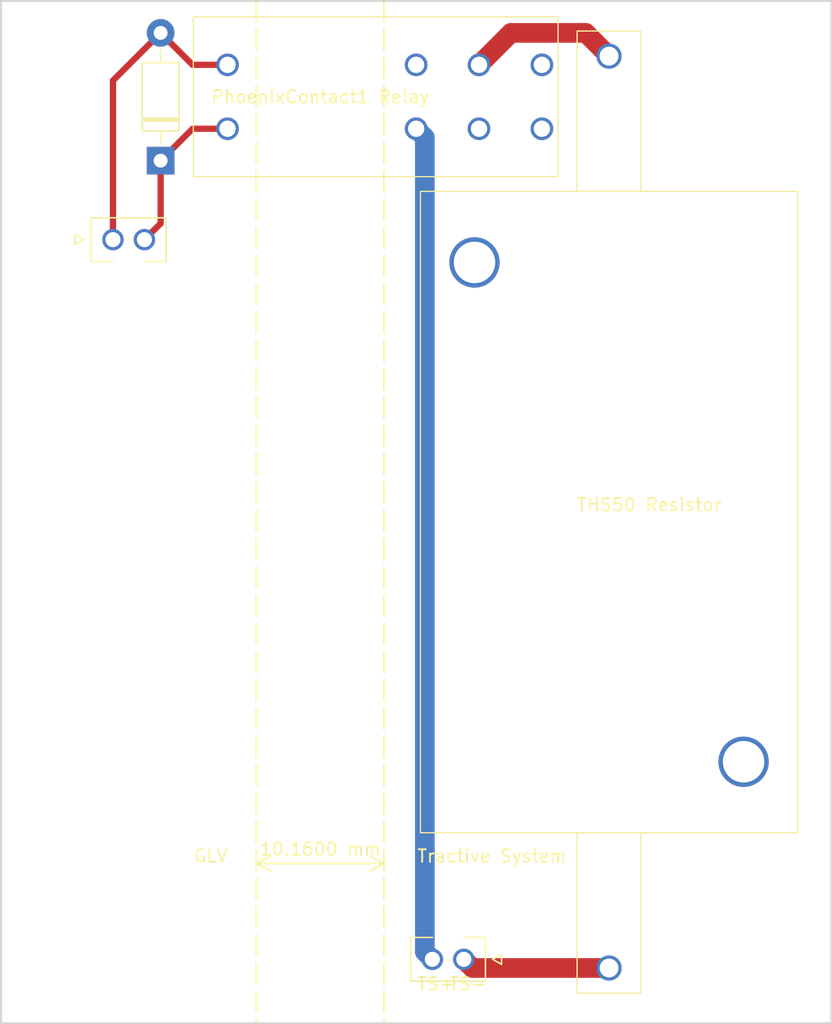
<source format=kicad_pcb>
(kicad_pcb (version 20221018) (generator pcbnew)
  (layers (0 "F.Cu" signal) (31 "B.Cu" signal) (34 "B.Paste" user) (35 "F.Paste" user) (36 "B.SilkS" user "B.Silkscreen") (37 "F.SilkS" user "F.Silkscreen") (38 "B.Mask" user) (39 "F.Mask" user) (44 "Edge.Cuts" user))
  (net 0 "")
  (net 1 "Net-(J1-Pad2)")
  (net 2 "Net-(J1-Pad1)")
  (net 4 "Net-(PhoenixContact1-Pad4)_1")
  (net 5 "Net-(D2-K)")
  (net 6 "Net-(D2-A)")
  (footprint "discharge:resistor" (layer "F.Cu") (at 152.74 124.56 90)
    (fp_text reference "R1" hide)
    (fp_text value "680" hide)
    (fp_rect (start -12.75 12.46) (end 0 17.54) (stroke (width 0.1)) (fill none) (layer "F.SilkS"))
    (fp_rect (start 0 0) (end 51 30) (stroke (width 0.1)) (fill none) (layer "F.SilkS"))
    (fp_rect (start 51 12.46) (end 63.75 17.54) (stroke (width 0.1)) (fill none) (layer "F.SilkS"))
    (pad "" np_thru_hole circle (at 5.65 25.7 90) (size 4 4) (drill 3.3) (layers "F&B.Cu" "*.Mask"))
    (pad "" np_thru_hole circle (at 45.35 4.3 90) (size 4 4) (drill 3.3) (layers "F&B.Cu" "*.Mask"))
    (pad "1" thru_hole circle (at 61.75 15 90) (size 2 2) (drill 1.5) (layers "*.Cu" "*.Mask") (net 4 "Net-(PhoenixContact1-Pad4)_1"))
    (pad "2" thru_hole circle (at -10.75 15 90) (size 2 2) (drill 1.5) (layers "*.Cu" "*.Mask") (net 2 "Net-(J1-Pad1)"))
  )
  (footprint "discharge:MOLEX_1053091202" (layer "F.Cu") (at 156.19 134.62 180)
    (fp_text reference "J1" hide)
    (fp_text value "1053091202")
    (fp_line (start -3 -0.4) (end -3 0.4) (stroke (width 0.127)) (layer "F.SilkS"))
    (fp_line (start -3 0.4) (end -2.3 0) (stroke (width 0.127)) (layer "F.SilkS"))
    (fp_line (start -2.3 0) (end -3 -0.4) (stroke (width 0.127)) (layer "F.SilkS"))
    (fp_line (start -1.72 -1.74) (end 4.22 -1.74) (stroke (width 0.127)) (layer "F.SilkS"))
    (fp_line (start -1.72 1.74) (end -1.72 -1.74) (stroke (width 0.127)) (layer "F.SilkS"))
    (fp_line (start 0 1.74) (end -1.72 1.74) (stroke (width 0.127)) (layer "F.SilkS"))
    (fp_line (start 4.22 -1.74) (end 4.22 1.74) (stroke (width 0.127)) (layer "F.SilkS"))
    (fp_line (start 4.22 1.74) (end 2.5 1.74) (stroke (width 0.127)) (layer "F.SilkS"))
    (pad "" np_thru_hole circle (at 1.25 1.34 180) (size 1.3 1.3) (drill 1.3) (layers "*.Cu" "*.Mask"))
    (pad "1" thru_hole circle (at 0 0 180) (size 1.7 1.7) (drill 1.2) (layers "*.Cu") (net 2 "Net-(J1-Pad1)"))
    (pad "2" thru_hole circle (at 2.5 0 180) (size 1.7 1.7) (drill 1.2) (layers "*.Cu") (net 1 "Net-(J1-Pad2)"))
  )
  (footprint "discharge:relay" (layer "F.Cu") (at 134.68 72.39 90)
    (fp_text reference "PhoenixContact1 Relay" hide)
    (fp_text value "~")
    (fp_text user "${REFERENCE}" (at 6.35 10.1 unlocked) (layer "F.SilkS"))
    (fp_rect (start 0 0) (end 12.7 29.007) (stroke (width 0.1)) (fill none) (layer "F.SilkS"))
    (pad "1" thru_hole circle (at 3.81 2.72 90) (size 1.8 1.8) (drill 1.3) (layers "*.Cu" "*.Mask") (net 5 "Net-(D2-K)"))
    (pad "2" thru_hole circle (at 8.89 2.72 90) (size 1.8 1.8) (drill 1.3) (layers "*.Cu" "*.Mask") (net 6 "Net-(D2-A)"))
    (pad "3" thru_hole circle (at 3.81 17.72 90) (size 1.8 1.8) (drill 1.3) (layers "*.Cu" "*.Mask") (net 1 "Net-(J1-Pad2)"))
    (pad "3" thru_hole circle (at 8.89 17.72 90) (size 1.8 1.8) (drill 1.3) (layers "*.Cu" "*.Mask") (net 1 "Net-(J1-Pad2)"))
    (pad "4" thru_hole circle (at 3.81 22.72 90) (size 1.8 1.8) (drill 1.3) (layers "*.Cu" "*.Mask") (net 4 "Net-(PhoenixContact1-Pad4)_1"))
    (pad "4" thru_hole circle (at 8.89 22.72 90) (size 1.8 1.8) (drill 1.3) (layers "*.Cu" "*.Mask") (net 4 "Net-(PhoenixContact1-Pad4)_1"))
    (pad "5" thru_hole circle (at 3.81 27.72 90) (size 1.8 1.8) (drill 1.3) (layers "*.Cu" "*.Mask"))
    (pad "5" thru_hole circle (at 8.89 27.72 90) (size 1.8 1.8) (drill 1.3) (layers "*.Cu" "*.Mask"))
  )
  (footprint "discharge:MOLEX_1053091202" (layer "F.Cu") (at 128.29 77.4)
    (fp_text reference "J2" hide)
    (fp_text value "1053091202")
    (fp_line (start -3 -0.4) (end -3 0.4) (stroke (width 0.127)) (layer "F.SilkS"))
    (fp_line (start -3 0.4) (end -2.3 0) (stroke (width 0.127)) (layer "F.SilkS"))
    (fp_line (start -2.3 0) (end -3 -0.4) (stroke (width 0.127)) (layer "F.SilkS"))
    (fp_line (start -1.72 -1.74) (end 4.22 -1.74) (stroke (width 0.127)) (layer "F.SilkS"))
    (fp_line (start -1.72 1.74) (end -1.72 -1.74) (stroke (width 0.127)) (layer "F.SilkS"))
    (fp_line (start 0 1.74) (end -1.72 1.74) (stroke (width 0.127)) (layer "F.SilkS"))
    (fp_line (start 4.22 -1.74) (end 4.22 1.74) (stroke (width 0.127)) (layer "F.SilkS"))
    (fp_line (start 4.22 1.74) (end 2.5 1.74) (stroke (width 0.127)) (layer "F.SilkS"))
    (pad "" np_thru_hole circle (at 1.25 1.34) (size 1.3 1.3) (drill 1.3) (layers "*.Cu" "*.Mask"))
    (pad "1" thru_hole circle (at 0 0) (size 1.7 1.7) (drill 1.2) (layers "*.Cu") (net 6 "Net-(D2-A)"))
    (pad "2" thru_hole circle (at 2.5 0) (size 1.7 1.7) (drill 1.2) (layers "*.Cu") (net 5 "Net-(D2-K)"))
  )
  (footprint "MountingHole:MountingHole_3.2mm_M3" (layer "F.Cu") (at 124.46 134.62)
    (fp_text reference "REF**" hide)
    (fp_text value "MountingHole_3.2mm_M3" hide)
    (pad "" np_thru_hole circle (at 0 0) (size 3.2 3.2) (drill 3.2) (layers "F&B.Cu" "*.Mask"))
  )
  (footprint "MountingHole:MountingHole_3.2mm_M3" (layer "F.Cu") (at 124.46 63.5)
    (fp_text reference "REF**" hide)
    (fp_text value "MountingHole_3.2mm_M3" hide)
    (pad "" np_thru_hole circle (at 0 0) (size 3.2 3.2) (drill 3.2) (layers "F&B.Cu" "*.Mask"))
  )
  (footprint "Diode_THT:D_DO-41_SOD81_P10.16mm_Horizontal" (layer "F.Cu") (at 132.08 71.12 90)
    (fp_text reference "D1" hide)
    (fp_text value "1N4001")
    (fp_line (start 1.34 0) (end 2.36 0) (stroke (width 0.12)) (layer "F.SilkS"))
    (fp_line (start 2.36 -1.47) (end 2.36 1.47) (stroke (width 0.12)) (layer "F.SilkS"))
    (fp_line (start 2.36 1.47) (end 7.8 1.47) (stroke (width 0.12)) (layer "F.SilkS"))
    (fp_line (start 3.14 -1.47) (end 3.14 1.47) (stroke (width 0.12)) (layer "F.SilkS"))
    (fp_line (start 3.26 -1.47) (end 3.26 1.47) (stroke (width 0.12)) (layer "F.SilkS"))
    (fp_line (start 3.38 -1.47) (end 3.38 1.47) (stroke (width 0.12)) (layer "F.SilkS"))
    (fp_line (start 7.8 -1.47) (end 2.36 -1.47) (stroke (width 0.12)) (layer "F.SilkS"))
    (fp_line (start 7.8 1.47) (end 7.8 -1.47) (stroke (width 0.12)) (layer "F.SilkS"))
    (fp_line (start 8.82 0) (end 7.8 0) (stroke (width 0.12)) (layer "F.SilkS"))
    (pad "1" thru_hole rect (at 0 0 90) (size 2.2 2.2) (drill 1.1) (layers "*.Cu" "*.Mask") (net 5 "Net-(D2-K)"))
    (pad "2" thru_hole oval (at 10.16 0 90) (size 2.2 2.2) (drill 1.1) (layers "*.Cu" "*.Mask") (net 6 "Net-(D2-A)"))
  )
  (footprint "MountingHole:MountingHole_3.2mm_M3" (layer "F.Cu") (at 180.34 63.5)
    (fp_text reference "REF**" hide)
    (fp_text value "MountingHole_3.2mm_M3" hide)
    (pad "" np_thru_hole circle (at 0 0) (size 3.2 3.2) (drill 3.2) (layers "*.Cu" "*.Mask"))
  )
  (footprint "MountingHole:MountingHole_3.2mm_M3" (layer "F.Cu") (at 180.34 134.62)
    (fp_text reference "REF**" hide)
    (fp_text value "MountingHole_3.2mm_M3" hide)
    (pad "" np_thru_hole circle (at 0 0) (size 3.2 3.2) (drill 3.2) (layers "F&B.Cu" "*.Mask"))
  )
  (gr_line (start 139.7 58.42) (end 139.7 139.7) (stroke (width 0.15) (type dash)) (layer "F.SilkS"))
  (gr_line (start 149.86 58.42) (end 149.86 139.7) (stroke (width 0.15) (type dash)) (layer "F.SilkS"))
  (gr_rect (start 119.38 58.42) (end 185.42 139.7) (stroke (width 0.15)) (fill none) (layer "Edge.Cuts"))
  (gr_text "Tractive System" (at 152.4 127) (layer "F.SilkS") (effects (font (size 1 1)) (justify left bottom)))
  (gr_text "TS-" (at 154.94 137.16) (layer "F.SilkS") (effects (font (size 1 1)) (justify left bottom)))
  (gr_text "THS50 Resistor" (at 165.1 99.06) (layer "F.SilkS") (effects (font (size 1 1)) (justify left bottom)))
  (gr_text "GLV" (at 134.62 127) (layer "F.SilkS") (effects (font (size 1 1)) (justify left bottom)))
  (gr_text "TS+" (at 152.4 137.16) (layer "F.SilkS") (effects (font (size 1 1)) (justify left bottom)))
  (dimension (type aligned) (layer "F.SilkS") (pts (xy 139.7 127) (xy 149.86 127)) (height 0) (gr_text "10.1600 mm" (at 144.78 125.85) (layer "F.SilkS") (effects (font (size 1 1) (thickness 0.15)))) (format (prefix "") (suffix "") (units 3) (units_format 1) (precision 4)) (style (thickness 0.15) (arrow_length 1.27) (text_position_mode 2) (extension_height 0.58642) (extension_offset 0.5) keep_text_aligned))
  (segment (start 153.091432 69.271432) (end 152.4 68.58) (width 1.563475) (layer "B.Cu") (net 1))
  (segment (start 153.091432 134.021432) (end 153.091432 69.271432) (width 1.563475) (layer "B.Cu") (net 1))
  (segment (start 153.69 134.62) (end 153.091432 134.021432) (width 1.563475) (layer "B.Cu") (net 1))
  (segment (start 156.88 135.31) (end 156.19 134.62) (width 1.563475) (layer "F.Cu") (net 2))
  (segment (start 167.74 135.31) (end 156.88 135.31) (width 1.563475) (layer "F.Cu") (net 2))
  (segment (start 165.89 60.96) (end 159.94 60.96) (width 1.563475) (layer "F.Cu") (net 4))
  (segment (start 159.94 60.96) (end 157.4 63.5) (width 1.563475) (layer "F.Cu") (net 4))
  (segment (start 167.74 62.81) (end 165.89 60.96) (width 1.563475) (layer "F.Cu") (net 4))
  (segment (start 137.4 68.58) (end 134.62 68.58) (width 0.5) (layer "F.Cu") (net 5))
  (segment (start 132.08 76.11) (end 132.08 71.12) (width 0.5) (layer "F.Cu") (net 5))
  (segment (start 130.79 77.4) (end 132.08 76.11) (width 0.5) (layer "F.Cu") (net 5))
  (segment (start 134.62 68.58) (end 132.08 71.12) (width 0.5) (layer "F.Cu") (net 5))
  (segment (start 137.4 63.5) (end 134.62 63.5) (width 0.5) (layer "F.Cu") (net 6))
  (segment (start 128.29 77.4) (end 128.29 64.75) (width 0.5) (layer "F.Cu") (net 6))
  (segment (start 134.62 63.5) (end 132.08 60.96) (width 0.5) (layer "F.Cu") (net 6))
  (segment (start 128.29 64.75) (end 132.08 60.96) (width 0.5) (layer "F.Cu") (net 6))
)
</source>
